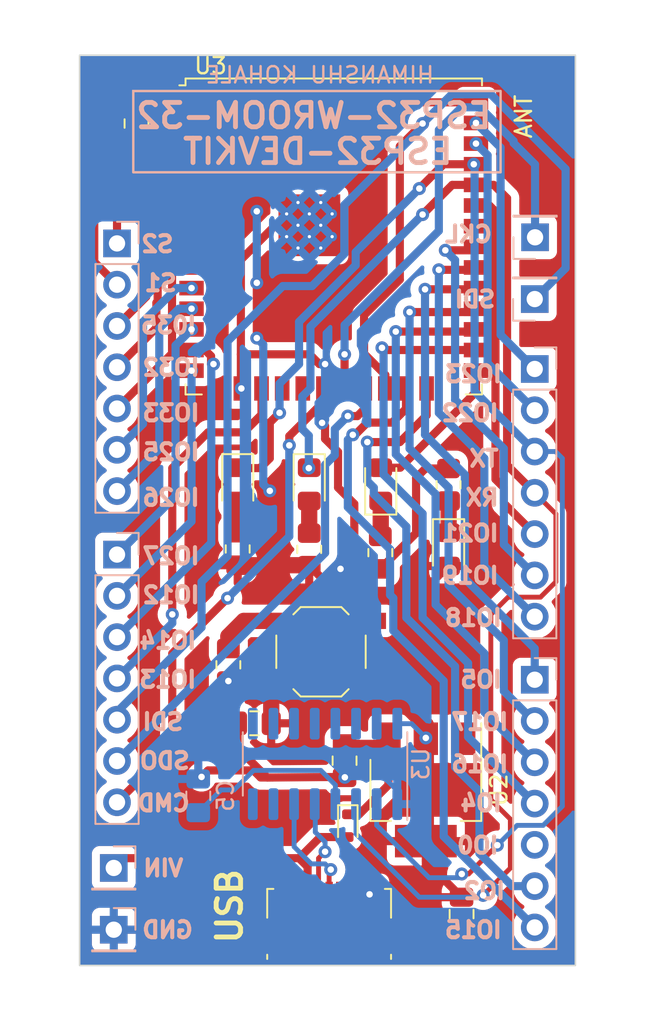
<source format=kicad_pcb>
(kicad_pcb (version 20221018) (generator pcbnew)
  (layers (0 "F.Cu" signal) (31 "B.Cu" signal) (34 "B.Paste" user) (35 "F.Paste" user) (36 "B.SilkS" user "B.Silkscreen") (37 "F.SilkS" user "F.Silkscreen") (38 "B.Mask" user) (39 "F.Mask" user) (44 "Edge.Cuts" user))
  (net 0 "")
  (net 1 "3.3v")
  (net 2 "GND")
  (net 3 "Net-(D4-K)")
  (net 4 "Net-(D1-A)")
  (net 5 "Net-(D2-A)")
  (net 6 "VBUS")
  (net 7 "Net-(D5-K)")
  (net 8 "LED")
  (net 9 "Net-(D6-K)")
  (net 10 "SENSRO2")
  (net 11 "SENSRO1")
  (net 12 "IO35")
  (net 13 "IO32")
  (net 14 "IO33")
  (net 15 "IO25")
  (net 16 "IO26")
  (net 17 "CLK")
  (net 18 "USB_M")
  (net 19 "USB_P")
  (net 21 "IO27")
  (net 22 "IO12")
  (net 23 "IO14")
  (net 24 "IO13")
  (net 25 "SDI")
  (net 26 "SDO")
  (net 27 "CMD")
  (net 28 "IO23")
  (net 29 "IO22")
  (net 30 "TX_MCU")
  (net 31 "RX_MCU")
  (net 32 "IO21")
  (net 33 "IO19")
  (net 34 "IO18")
  (net 35 "IO5")
  (net 36 "IO17")
  (net 37 "IO16")
  (net 38 "IO4")
  (net 39 "IO0")
  (net 40 "IO2")
  (net 41 "IO15")
  (net 42 "IO34")
  (net 43 "SD2")
  (net 44 "SD3")
  (net 46 "Net-(SW1-A)")
  (net 48 "Net-(U3-V3)")
  (footprint "Button_Switch_SMD:SW_SPST_TL3342" (layer "F.Cu") (at 111.35 103.7)
    (fp_text reference "SW1" hide)
    (fp_text value "SW_SPST" hide)
  )
  (footprint "Capacitor_SMD:C_0805_2012Metric_Pad1.18x1.45mm_HandSolder" (layer "F.Cu") (at 120 119.8375 -90)
    (fp_text reference "C4" hide)
    (fp_text value "0.1uf" hide)
  )
  (footprint "Capacitor_SMD:C_0805_2012Metric_Pad1.18x1.45mm_HandSolder" (layer "F.Cu") (at 107.25 108.1 180)
    (fp_text reference "C2" hide)
    (fp_text value "100nf" hide)
  )
  (footprint "Resistor_SMD:R_0805_2012Metric_Pad1.20x1.40mm_HandSolder" (layer "F.Cu") (at 106.225 97.375 -90)
    (fp_text reference "R1" hide)
    (fp_text value "1k" hide)
  )
  (footprint "LED_SMD:LED_0805_2012Metric_Pad1.15x1.40mm_HandSolder" (layer "F.Cu") (at 115.025 93.4 90)
    (fp_text reference "D5" hide)
    (fp_text value "LED" hide)
  )
  (footprint "LED_SMD:LED_0805_2012Metric_Pad1.15x1.40mm_HandSolder" (layer "F.Cu") (at 110.625 93.4 -90)
    (fp_text reference "D2" hide)
    (fp_text value "LED" hide)
  )
  (footprint "LED_SMD:LED_0805_2012Metric_Pad1.15x1.40mm_HandSolder" (layer "F.Cu") (at 106.225 93.4 -90)
    (fp_text reference "D1" hide)
    (fp_text value "LED" hide)
  )
  (footprint "RF_Module:ESP32-WROOM-32U" (layer "F.Cu") (at 112.135 78.15)
    (fp_text reference "U3")
    (fp_text value "ESP32-WROOM-32U")
  )
  (footprint "Diode_SMD:D_SOD-523" (layer "F.Cu") (at 113 114.4 -90)
    (fp_text reference "D4" hide)
    (fp_text value "1N914WT" hide)
  )
  (footprint "Package_TO_SOT_SMD:SOT-223-3_TabPin2" (layer "F.Cu") (at 117.8 112.2 -90)
    (fp_text reference "U2")
    (fp_text value "AMS1117-3.3")
  )
  (footprint "Resistor_SMD:R_0805_2012Metric_Pad1.20x1.40mm_HandSolder" (layer "F.Cu") (at 110.625 97.4 -90)
    (fp_text reference "R3" hide)
    (fp_text value "1k" hide)
  )
  (footprint "Resistor_SMD:R_0805_2012Metric_Pad1.20x1.40mm_HandSolder" (layer "F.Cu") (at 115 97.6 -90)
    (fp_text reference "R4" hide)
    (fp_text value "1k" hide)
  )
  (footprint "Connector_USB:USB_Micro-B_Molex_47346-0001" (layer "F.Cu") (at 111.85 120)
    (fp_text reference "J3" hide)
    (fp_text value "USB_B_Mini" hide)
  )
  (footprint "LED_SMD:LED_0805_2012Metric_Pad1.15x1.40mm_HandSolder" (layer "F.Cu") (at 119.2 97.4 -90)
    (fp_text reference "D6" hide)
    (fp_text value "LED" hide)
  )
  (footprint "Capacitor_SMD:C_0805_2012Metric_Pad1.18x1.45mm_HandSolder" (layer "F.Cu") (at 100 71.2 90)
    (fp_text reference "C1" hide)
    (fp_text value "100nf" hide)
  )
  (footprint "Resistor_SMD:R_0805_2012Metric_Pad1.20x1.40mm_HandSolder" (layer "F.Cu") (at 105.65 104.5 90)
    (fp_text reference "R2" hide)
    (fp_text value "4.7k" hide)
  )
  (footprint "Capacitor_SMD:C_0805_2012Metric_Pad1.18x1.45mm_HandSolder" (layer "F.Cu") (at 112.8 110.4 -90)
    (fp_text reference "C3" hide)
    (fp_text value "10uf" hide)
  )
  (footprint "Resistor_SMD:R_0805_2012Metric_Pad1.20x1.40mm_HandSolder" (layer "F.Cu") (at 119.2 93.425 90)
    (fp_text reference "R5" hide)
    (fp_text value "1k" hide)
  )
  (footprint "Capacitor_SMD:C_0805_2012Metric_Pad1.18x1.45mm_HandSolder" (layer "B.Cu") (at 103.8 112.5625 90)
    (fp_text reference "C5")
    (fp_text value "0.1uf")
  )
  (footprint "Connector_PinHeader_2.54mm:PinHeader_1x07_P2.54mm_Vertical" (layer "B.Cu") (at 98.8 78.575 180)
    (fp_text reference "J1" hide)
    (fp_text value "Conn_01x07_Pin" hide)
  )
  (footprint "Package_SO:SOIC-16_3.9x9.9mm_P1.27mm" (layer "B.Cu") (at 111.6 110.6 90)
    (fp_text reference "U3")
    (fp_text value "CH340C")
  )
  (footprint "Connector_PinHeader_2.54mm:PinHeader_1x01_P2.54mm_Vertical" (layer "B.Cu") (at 98.6 117 180)
    (fp_text reference "J4" hide)
    (fp_text value "Conn_01x01_Pin" hide)
  )
  (footprint "Connector_PinHeader_2.54mm:PinHeader_1x07_P2.54mm_Vertical" (layer "B.Cu") (at 124.5 105.42 180)
    (fp_text reference "J7" hide)
    (fp_text value "Conn_01x07_Pin" hide)
  )
  (footprint "Connector_PinHeader_2.54mm:PinHeader_1x01_P2.54mm_Vertical" (layer "B.Cu") (at 98.6 120.8 180)
    (fp_text reference "J9" hide)
    (fp_text value "Conn_01x01_Pin" hide)
  )
  (footprint "Connector_PinHeader_2.54mm:PinHeader_1x01_P2.54mm_Vertical" (layer "B.Cu") (at 124.5 82)
    (fp_text reference "J8" hide)
    (fp_text value "Conn_01x01_Pin" hide)
  )
  (footprint "Connector_PinHeader_2.54mm:PinHeader_1x01_P2.54mm_Vertical" (layer "B.Cu") (at 124.52 78.2)
    (fp_text reference "J2" hide)
    (fp_text value "Conn_01x01_Pin" hide)
  )
  (footprint "Connector_PinHeader_2.54mm:PinHeader_1x07_P2.54mm_Vertical" (layer "B.Cu") (at 124.5 86.3 180)
    (fp_text reference "J6" hide)
    (fp_text value "Conn_01x07_Pin" hide)
  )
  (footprint "Connector_PinHeader_2.54mm:PinHeader_1x07_P2.54mm_Vertical" (layer "B.Cu") (at 98.8 97.72 180)
    (fp_text reference "J5" hide)
    (fp_text value "Conn_01x07_Pin" hide)
  )
  (gr_rect (start 99.8 69.2) (end 122.4 74.2) (stroke (width 0.15)) (fill none) (layer "B.SilkS"))
  (gr_rect (start 96.5 67) (end 127 123) (stroke (width 0.1)) (fill none) (layer "Edge.Cuts"))
  (gr_text "IO4" (at 122.6 113.6) (layer "B.SilkS") (effects (font (size 1 1) (thickness 0.25) bold) (justify left bottom mirror)))
  (gr_text "IO21" (at 122.4 97) (layer "B.SilkS") (effects (font (size 1 1) (thickness 0.25) bold) (justify left bottom mirror)))
  (gr_text "ESP32-WROOM-32" (at 122 71.6) (layer "B.SilkS") (effects (font (size 1.5 1.5) (thickness 0.3) bold) (justify left bottom mirror)))
  (gr_text "IO14" (at 103.8 103.6) (layer "B.SilkS") (effects (font (size 1 1) (thickness 0.25) bold) (justify left bottom mirror)))
  (gr_text "RX" (at 122.4 94.8) (layer "B.SilkS") (effects (font (size 1 1) (thickness 0.25) bold) (justify left bottom mirror)))
  (gr_text "IO2" (at 122.8 119) (layer "B.SilkS") (effects (font (size 1 1) (thickness 0.25) bold) (justify left bottom mirror)))
  (gr_text "SDO" (at 103.4 111) (layer "B.SilkS") (effects (font (size 1 1) (thickness 0.25) bold) (justify left bottom mirror)))
  (gr_text "I035" (at 103.8 84.2) (layer "B.SilkS") (effects (font (size 1 1) (thickness 0.25) bold) (justify left bottom mirror)))
  (gr_text "SDI" (at 122.2 82.6) (layer "B.SilkS") (effects (font (size 1 1) (thickness 0.25) bold) (justify left bottom mirror)))
  (gr_text "SDI" (at 103 108.6) (layer "B.SilkS") (effects (font (size 1 1) (thickness 0.25) bold) (justify left bottom mirror)))
  (gr_text "CKL" (at 122 78.6) (layer "B.SilkS") (effects (font (size 1 1) (thickness 0.25) bold) (justify left bottom mirror)))
  (gr_text "IO18" (at 122.6 102.2) (layer "B.SilkS") (effects (font (size 1 1) (thickness 0.25) bold) (justify left bottom mirror)))
  (gr_text "IO23" (at 122.6 87.2) (layer "B.SilkS") (effects (font (size 1 1) (thickness 0.25) bold) (justify left bottom mirror)))
  (gr_text "IO25" (at 104 92) (layer "B.SilkS") (effects (font (size 1 1) (thickness 0.25) bold) (justify left bottom mirror)))
  (gr_text "IO17\n" (at 123 108.6) (layer "B.SilkS") (effects (font (size 1 1) (thickness 0.25) bold) (justify left bottom mirror)))
  (gr_text "IO33" (at 104 89.6) (layer "B.SilkS") (effects (font (size 1 1) (thickness 0.25) bold) (justify left bottom mirror)))
  (gr_text "TX" (at 122.4 92.4) (layer "B.SilkS") (effects (font (size 1 1) (thickness 0.25) bold) (justify left bottom mirror)))
  (gr_text "IO15" (at 122.6 121.4) (layer "B.SilkS") (effects (font (size 1 1) (thickness 0.25) bold) (justify left bottom mirror)))
  (gr_text "IO5" (at 122.6 106) (layer "B.SilkS") (effects (font (size 1 1) (thickness 0.25) bold) (justify left bottom mirror)))
  (gr_text "IO19" (at 122.4 99.6) (layer "B.SilkS") (effects (font (size 1 1) (thickness 0.25) bold) (justify left bottom mirror)))
  (gr_text "S2" (at 102.4 79.2) (layer "B.SilkS") (effects (font (size 1 1) (thickness 0.25) bold) (justify left bottom mirror)))
  (gr_text "ESP32-DEVKIT" (at 119.6 73.8) (layer "B.SilkS") (effects (font (size 1.5 1.5) (thickness 0.3) bold) (justify left bottom mirror)))
  (gr_text "HIMANSHU KOHALE" (at 118.4 68.8) (layer "B.SilkS") (effects (font (size 1 1)) (justify left bottom mirror)))
  (gr_text "IO22\n" (at 122.4 89.6) (layer "B.SilkS") (effects (font (size 1 1) (thickness 0.25) bold) (justify left bottom mirror)))
  (gr_text "IO32" (at 104 86.8) (layer "B.SilkS") (effects (font (size 1 1) (thickness 0.25) bold) (justify left bottom mirror)))
  (gr_text "GND" (at 103.6 121.4) (layer "B.SilkS") (effects (font (size 1 1) (thickness 0.25) bold) (justify left bottom mirror)))
  (gr_text "IO26" (at 104 94.8) (layer "B.SilkS") (effects (font (size 1 1) (thickness 0.25) bold) (justify left bottom mirror)))
  (gr_text "IO0" (at 122.4 116.2) (layer "B.SilkS") (effects (font (size 1 1) (thickness 0.25) bold) (justify left bottom mirror)))
  (gr_text "IO16" (at 123 111.2) (layer "B.SilkS") (effects (font (size 1 1) (thickness 0.25) bold) (justify left bottom mirror)))
  (gr_text "IO12" (at 104 100.8) (layer "B.SilkS") (effects (font (size 1 1) (thickness 0.25) bold) (justify left bottom mirror)))
  (gr_text "IO13" (at 103.8 106) (layer "B.SilkS") (effects (font (size 1 1) (thickness 0.25) bold) (justify left bottom mirror)))
  (gr_text "CMD" (at 103.4 113.6) (layer "B.SilkS") (effects (font (size 1 1) (thickness 0.25) bold) (justify left bottom mirror)))
  (gr_text "IO27" (at 104 98.4) (layer "B.SilkS") (effects (font (size 1 1) (thickness 0.25) bold) (justify left bottom mirror)))
  (gr_text "VIN" (at 103 117.6) (layer "B.SilkS") (effects (font (size 1 1) (thickness 0.25) bold) (justify left bottom mirror)))
  (gr_text "S1" (at 102.6 81.6) (layer "B.SilkS") (effects (font (size 1 1) (thickness 0.25) bold) (justify left bottom mirror)))
  (gr_text "ANT" (at 124.4 72.2 90) (layer "F.SilkS") (effects (font (size 1 1)) (justify left bottom)))
  (gr_text "USB" (at 106.6 121.8 90) (layer "F.SilkS") (effects (font (size 1.5 1.5) (thickness 0.3) bold) (justify left bottom)))
  (segment (start 117.8 108.2) (end 115.9 106.3) (width 1) (layer "F.Cu") (net 1))
  (segment (start 117.4 100.2) (end 117 100.2) (width 0.5) (layer "F.Cu") (net 1))
  (segment (start 117.8 109.05) (end 117.8 115.35) (width 1) (layer "F.Cu") (net 1))
  (segment (start 117.8 116.6) (end 117.8 115.35) (width 0.5) (layer "F.Cu") (net 1))
  (segment (start 115.2 105.6) (end 114.5 105.6) (width 1) (layer "F.Cu") (net 1))
  (segment (start 107.4 81) (end 107.4 84.4) (width 0.5) (layer "F.Cu") (net 1))
  (segment (start 108.2 93.8) (end 108.6 94.2) (width 0.5) (layer "F.Cu") (net 1))
  (segment (start 120 118.8) (end 117.8 116.6) (width 0.5) (layer "F.Cu") (net 1))
  (segment (start 115.9 106.3) (end 115.2 105.6) (width 1) (layer "F.Cu") (net 1))
  (segment (start 108.2875 108.1) (end 108.2875 105.6875) (width 1) (layer "F.Cu") (net 1))
  (segment (start 117 100.2) (end 117 105.2) (width 0.5) (layer "F.Cu") (net 1))
  (segment (start 119.2 98.425) (end 119.175 98.425) (width 0.5) (layer "F.Cu") (net 1))
  (segment (start 103.385 72.435) (end 104.635 72.435) (width 0.5) (layer "F.Cu") (net 1))
  (segment (start 108.6 94.2) (end 108.6 98.375) (width 0.5) (layer "F.Cu") (net 1))
  (segment (start 100.1975 72.435) (end 100 72.2375) (width 0.5) (layer "F.Cu") (net 1))
  (segment (start 117.8 109) (end 117.8 108.2) (width 1) (layer "F.Cu") (net 1))
  (segment (start 110.6 98.375) (end 110.625 98.4) (width 1) (layer "F.Cu") (net 1))
  (segment (start 107.4 75.2) (end 107.4 76.6) (width 0.5) (layer "F.Cu") (net 1))
  (segment (start 117 105.2) (end 115.9 106.3) (width 0.5) (layer "F.Cu") (net 1))
  (segment (start 104.635 72.435) (end 107.4 75.2) (width 0.5) (layer "F.Cu") (net 1))
  (segment (start 103.385 71.165) (end 103.385 72.435) (width 0.5) (layer "F.Cu") (net 1))
  (segment (start 112.425 100.2) (end 110.625 98.4) (width 0.5) (layer "F.Cu") (net 1))
  (segment (start 117 100.2) (end 112.425 100.2) (width 0.5) (layer "F.Cu") (net 1))
  (segment (start 108.2 105.6) (end 114.5 105.6) (width 1) (layer "F.Cu") (net 1))
  (segment (start 108.2875 105.6875) (end 108.2 105.6) (width 1) (layer "F.Cu") (net 1))
  (segment (start 103.385 72.435) (end 100.1975 72.435) (width 0.5) (layer "F.Cu") (net 1))
  (segment (start 117.8 109.05) (end 117.8 109) (width 1) (layer "F.Cu") (net 1))
  (segment (start 119.175 98.425) (end 117.4 100.2) (width 0.5) (layer "F.Cu") (net 1))
  (segment (start 106.225 98.375) (end 108.6 98.375) (width 1) (layer "F.Cu") (net 1))
  (segment (start 108.6 98.375) (end 110.6 98.375) (width 1) (layer "F.Cu") (net 1))
  (via (at 117.8 109) (size 0.8) (drill 0.4) (layers "F.Cu" "B.Cu") (net 1))
  (via (at 107.4 81) (size 0.8) (drill 0.4) (layers "F.Cu" "B.Cu") (net 1))
  (via (at 107.4 84.4) (size 0.8) (drill 0.4) (layers "F.Cu" "B.Cu") (net 1))
  (via (at 108.2 93.8) (size 0.8) (drill 0.4) (layers "F.Cu" "B.Cu") (net 1))
  (via (at 107.4 76.6) (size 0.8) (drill 0.4) (layers "F.Cu" "B.Cu") (net 1))
  (segment (start 116.925 108.125) (end 117.8 109) (width 0.3) (layer "B.Cu") (net 1))
  (segment (start 107.8 93.4) (end 108.2 93.8) (width 0.5) (layer "B.Cu") (net 1))
  (segment (start 107.4 76.6) (end 107.4 79) (width 0.5) (layer "B.Cu") (net 1))
  (segment (start 107.8 84.8) (end 107.8 93.4) (width 0.5) (layer "B.Cu") (net 1))
  (segment (start 107.4 84.4) (end 107.8 84.8) (width 0.5) (layer "B.Cu") (net 1))
  (segment (start 116.045 108.125) (end 116.925 108.125) (width 0.3) (layer "B.Cu") (net 1))
  (segment (start 107.4 79) (end 107.4 81) (width 0.5) (layer "B.Cu") (net 1))
  (segment (start 119.675 121.2) (end 120 120.875) (width 1) (layer "F.Cu") (net 2))
  (segment (start 112.55 98.6) (end 113.4 98.6) (width 0.5) (layer "F.Cu") (net 2))
  (segment (start 108.475 121.2) (end 109.4 121.2) (width 1) (layer "F.Cu") (net 2))
  (segment (start 107.6 111) (end 108.0375 111.4375) (width 0.5) (layer "F.Cu") (net 2))
  (segment (start 113.4 98.6) (end 113.4 94.6) (width 0.5) (layer "F.Cu") (net 2))
  (segment (start 115 98.6) (end 117.2 96.4) (width 0.5) (layer "F.Cu") (net 2))
  (segment (start 114.4 121.2) (end 115.225 121.2) (width 1) (layer "F.Cu") (net 2))
  (segment (start 112.8 111.4) (end 112.8 111.4375) (width 0.5) (layer "F.Cu") (net 2))
  (segment (start 110.8 72.2) (end 113.105 69.895) (width 0.5) (layer "F.Cu") (net 2))
  (segment (start 110.635 77.46) (end 110.635 72.365) (width 0.5) (layer "F.Cu") (net 2))
  (segment (start 106.42 85.4) (end 106.42 79.58) (width 0.5) (layer "F.Cu") (net 2))
  (segment (start 113.105 69.895) (end 120.885 69.895) (width 0.5) (layer "F.Cu") (net 2))
  (segment (start 117.775 92.425) (end 119.2 92.425) (width 0.5) (layer "F.Cu") (net 2))
  (segment (start 100.2675 69.895) (end 100 70.1625) (width 0.5) (layer "F.Cu") (net 2))
  (segment (start 107.634646 111.434646) (end 107.2 111) (width 0.5) (layer "F.Cu") (net 2))
  (segment (start 109.3625 118.625) (end 109.3625 121.1625) (width 1) (layer "F.Cu") (net 2))
  (segment (start 110.635 72.365) (end 110.8 72.2) (width 0.5) (layer "F.Cu") (net 2))
  (segment (start 108.4 111.434646) (end 112.8 111.4) (width 0.5) (layer "F.Cu") (net 2))
  (segment (start 114.3375 118.625) (end 114.3375 121.1375) (width 1) (layer "F.Cu") (net 2))
  (segment (start 103.385 69.895) (end 108.495 69.895) (width 0.5) (layer "F.Cu") (net 2))
  (segment (start 106.42 87.5) (end 106.42 85.4) (width 0.5) (layer "F.Cu") (net 2))
  (segment (start 106.2125 108.1) (end 106.2125 109.6125) (width 0.5) (layer "F.Cu") (net 2))
  (segment (start 98.6 120.8) (end 108.075 120.8) (width 0.5) (layer "F.Cu") (net 2))
  (segment (start 108.0375 111.4375) (end 108.4 111.434646) (width 0.5) (layer "F.Cu") (net 2))
  (segment (start 117.2 93) (end 117.775 92.425) (width 0.5) (layer "F.Cu") (net 2))
  (segment (start 106.2125 109.6125) (end 107.6 111) (width 0.5) (layer "F.Cu") (net 2))
  (segment (start 112.4 91.4) (end 111.6 90.6) (width 0.5) (layer "F.Cu") (net 2))
  (segment (start 108.4 111.434646) (end 107.634646 111.434646) (width 0.5) (layer "F.Cu") (net 2))
  (segment (start 109.3625 121.1625) (end 109.4 121.2) (width 1) (layer "F.Cu") (net 2))
  (segment (start 110.8495 85.6) (end 111.2495 86) (width 0.5) (layer "F.Cu") (net 2))
  (segment (start 109.4 121.2) (end 114.4 121.2) (width 1) (layer "F.Cu") (net 2))
  (segment (start 113.15 118.54) (end 114.2525 118.54) (width 0.2) (layer "F.Cu") (net 2))
  (segment (start 111.2495 86) (end 111.6 86) (width 0.5) (layer "F.Cu") (net 2))
  (segment (start 106.42 79.58) (end 108.54 77.46) (width 0.5) (layer "F.Cu") (net 2))
  (segment (start 106.42 87.5) (end 106.4495 87.5) (width 0.5) (layer "F.Cu") (net 2))
  (segment (start 108.54 77.46) (end 110.635 77.46) (width 0.5) (layer "F.Cu") (net 2))
  (segment (start 108.075 120.8) (end 108.475 121.2) (width 0.5) (layer "F.Cu") (net 2))
  (segment (start 106.42 85.4) (end 110.6495 85.4) (width 0.5) (layer "F.Cu") (net 2))
  (segment (start 114.2525 118.54) (end 114.3375 118.625) (width 0.2) (layer "F.Cu") (net 2))
  (segment (start 105.65 105.5) (end 105.65 107.5375) (width 1) (layer "F.Cu") (net 2))
  (segment (start 108.495 69.895) (end 110.8 72.2) (width 0.5) (layer "F.Cu") (net 2))
  (segment (start 115.225 121.2) (end 119.675 121.2) (width 1) (layer "F.Cu") (net 2))
  (segment (start 111.6 90.6) (end 111.6 89.8) (width 0.5) (layer "F.Cu") (net 2))
  (segment (start 113.4 98.6) (end 115 98.6) (width 0.5) (layer "F.Cu") (net 2))
  (segment (start 114.3375 121.1375) (end 114.4 121.2) (width 1) (layer "F.Cu") (net 2))
  (segment (start 110.6495 85.4) (end 110.8495 85.6) (width 0.5) (layer "F.Cu") (net 2))
  (segment (start 103.385 69.895) (end 100.2675 69.895) (width 0.5) (layer "F.Cu") (net 2))
  (segment (start 104.4 111) (end 104 111.4) (width 0.5) (layer "F.Cu") (net 2))
  (segment (start 112.4 93.6) (end 112.4 91.4) (width 0.5) (layer "F.Cu") (net 2))
  (segment (start 105.65 107.5375) (end 106.2125 108.1) (width 1) (layer "F.Cu") (net 2))
  (segment (start 113.4 94.6) (end 112.4 93.6) (width 0.5) (layer "F.Cu") (net 2))
  (segment (start 117.2 96.4) (end 117.2 93) (width 0.5) (layer "F.Cu") (net 2))
  (segment (start 111.6 89.8) (end 111.415688 89.615688) (width 0.5) (layer "F.Cu") (net 2))
  (segment (start 107.6 111) (end 104.4 111) (width 0.5) (layer "F.Cu") (net 2))
  (via (at 104 111.4) (size 0.8) (drill 0.4) (layers "F.Cu" "B.Cu") (net 2))
  (via (at 105.65 105.5) (size 0.8) (drill 0.4) (layers "F.Cu" "B.Cu") (net 2))
  (via (at 112.817152 111.423591) (size 0.8) (drill 0.4) (layers "F.Cu" "B.Cu") (net 2))
  (via (at 111.6 86) (size 0.8) (drill 0.4) (layers "F.Cu" "B.Cu") (net 2))
  (via (at 106.4495 87.5) (size 0.8) (drill 0.4) (layers "F.Cu" "B.Cu") (net 2))
  (via (at 114.3375 118.625) (size 0.8) (drill 0.4) (layers "F.Cu" "B.Cu") (net 2))
  (via (at 111.415688 89.615688) (size 0.8) (drill 0.4) (layers "F.Cu" "B.Cu") (net 2))
  (via (at 112.55 98.6) (size 0.8) (drill 0.4) (layers "F.Cu" "B.Cu") (net 2))
  (segment (start 115.223591 111.423591) (end 112.817152 111.423591) (width 0.3) (layer "B.Cu") (net 2))
  (segment (start 111.6 86) (end 111.6 89.431376) (width 0.5) (layer "B.Cu") (net 2))
  (segment (start 116.045 112.245) (end 115.223591 111.423591) (width 0.3) (layer "B.Cu") (net 2))
  (segment (start 112.55 98.6) (end 105.65 105.5) (width 0.5) (layer "B.Cu") (net 2))
  (segment (start 116.045 113.075) (end 116.045 112.245) (width 0.3) (layer "B.Cu") (net 2))
  (segment (start 111.6 89.431376) (end 111.415688 89.615688) (width 0.5) (layer "B.Cu") (net 2))
  (segment (start 115.1875 109.3625) (end 115.5 109.05) (width 0.5) (layer "F.Cu") (net 3))
  (segment (start 115.5 111.9) (end 113.7 113.7) (width 0.5) (layer "F.Cu") (net 3))
  (segment (start 115.5 109.05) (end 115.5 111.9) (width 0.5) (layer "F.Cu") (net 3))
  (segment (start 112.8 109.3625) (end 115.1875 109.3625) (width 0.5) (layer "F.Cu") (net 3))
  (segment (start 113.7 113.7) (end 113 113.7) (width 0.5) (layer "F.Cu") (net 3))
  (segment (start 106.225 94.425) (end 106.225 96.375) (width 1) (layer "F.Cu") (net 4))
  (segment (start 110.625 94.425) (end 110.625 96.4) (width 1) (layer "F.Cu") (net 5))
  (segment (start 98.6 117) (end 99.2 116.4) (width 0.5) (layer "F.Cu") (net 6))
  (segment (start 110.525 116.925) (end 110.525 118.54) (width 0.5) (layer "F.Cu") (net 6))
  (segment (start 113 115.1) (end 111.3 115.1) (width 0.5) (layer "F.Cu") (net 6))
  (segment (start 111.3 115.1) (end 110 116.4) (width 0.5) (layer "F.Cu") (net 6))
  (segment (start 110 116.4) (end 110.525 116.925) (width 0.5) (layer "F.Cu") (net 6))
  (segment (start 99.2 116.4) (end 110 116.4) (width 0.5) (layer "F.Cu") (net 6))
  (segment (start 115.025 96.575) (end 115 96.6) (width 1) (layer "F.Cu") (net 7))
  (segment (start 115.025 94.425) (end 115.025 96.575) (width 1) (layer "F.Cu") (net 7))
  (segment (start 115.025 92.375) (end 116.225 92.375) (width 0.5) (layer "F.Cu") (net 8))
  (segment (start 116.225 92.375) (end 120.885 87.715) (width 0.5) (layer "F.Cu") (net 8))
  (segment (start 120.885 87.715) (end 120.885 86.405) (width 0.5) (layer "F.Cu") (net 8))
  (segment (start 119.2 96.375) (end 119.2 94.425) (width 1) (layer "F.Cu") (net 9))
  (segment (start 98.8 78.575) (end 98.8 77) (width 0.5) (layer "F.Cu") (net 10))
  (segment (start 100.825 74.975) (end 103.385 74.975) (width 0.5) (layer "F.Cu") (net 10))
  (segment (start 98.8 77) (end 100.825 74.975) (width 0.5) (layer "F.Cu") (net 10))
  (segment (start 97.4 76.2) (end 99.895 73.705) (width 0.5) (layer "F.Cu") (net 11))
  (segment (start 99.895 73.705) (end 103.385 73.705) (width 0.5) (layer "F.Cu") (net 11))
  (segment (start 97.4 79.715) (end 97.4 76.2) (width 0.5) (layer "F.Cu") (net 11))
  (segment (start 98.8 81.115) (end 97.4 79.715) (width 0.5) (layer "F.Cu") (net 11))
  (segment (start 102.135 77.515) (end 103.385 77.515) (width 0.5) (layer "F.Cu") (net 12))
  (segment (start 100.6 79.05) (end 102.135 77.515) (width 0.5) (layer "F.Cu") (net 12))
  (segment (start 98.8 83.655) (end 100.6 81.855) (width 0.5) (layer "F.Cu") (net 12))
  (segment (start 100.6 81.855) (end 100.6 79.05) (width 0.5) (layer "F.Cu") (net 12))
  (segment (start 101.222475 82.222475) (end 101.3 82.14495) (width 0.5) (layer "F.Cu") (net 13))
  (segment (start 98.8 86.195) (end 101.222475 83.772525) (width 0.5) (layer "F.Cu") (net 13))
  (segment (start 101.3 82.14495) (end 101.3 79.7) (width 0.5) (layer "F.Cu") (net 13))
  (segment (start 101.3 79.7) (end 102.215 78.785) (width 0.5) (layer "F.Cu") (net 13))
  (segment (start 102.215 78.785) (end 103.385 78.785) (width 0.5) (layer "F.Cu") (net 13))
  (segment (start 101.222475 83.772525) (end 101.222475 82.222475) (width 0.5) (layer "F.Cu") (net 13))
  (segment (start 98.8 88.735) (end 102.185 85.35) (width 0.5) (layer "F.Cu") (net 14))
  (segment (start 102.555 80.055) (end 103.385 80.055) (width 0.5) (layer "F.Cu") (net 14))
  (segment (start 102.185 80.425) (end 102.555 80.055) (width 0.5) (layer "F.Cu") (net 14))
  (segment (start 102.185 85.35) (end 102.185 80.425) (width 0.5) (layer "F.Cu") (net 14))
  (via (at 103.385 81.325) (size 0.8) (drill 0.4) (layers "F.Cu" "B.Cu") (net 15))
  (segment (start 98.8 91.275) (end 100.4 89.675) (width 0.5) (layer "B.Cu") (net 15))
  (segment (start 102.475 81.325) (end 103.385 81.325) (width 0.5) (layer "B.Cu") (net 15))
  (segment (start 100.4 83.4) (end 102.475 81.325) (width 0.5) (layer "B.Cu") (net 15))
  (segment (start 100.4 89.675) (end 100.4 83.4) (width 0.5) (layer "B.Cu") (net 15))
  (via (at 103.385 82.595) (size 0.8) (drill 0.4) (layers "F.Cu" "B.Cu") (net 16))
  (segment (start 101.4 83.8) (end 102.605 82.595) (width 0.5) (layer "B.Cu") (net 16))
  (segment (start 101.4 91.215) (end 101.4 83.8) (width 0.5) (layer "B.Cu") (net 16))
  (segment (start 102.605 82.595) (end 103.385 82.595) (width 0.5) (layer "B.Cu") (net 16))
  (segment (start 98.8 93.815) (end 101.4 91.215) (width 0.5) (layer "B.Cu") (net 16))
  (segment (start 112.8 85.4) (end 112.8 87.47) (width 0.5) (layer "F.Cu") (net 17))
  (segment (start 112.8 87.47) (end 112.77 87.5) (width 0.5) (layer "F.Cu") (net 17))
  (via (at 112.8 85.4) (size 0.8) (drill 0.4) (layers "F.Cu" "B.Cu") (net 17))
  (segment (start 121.122082 70.2) (end 120 70.2) (width 0.5) (layer "B.Cu") (net 17))
  (segment (start 123.2 72.277918) (end 121.361041 70.438959) (width 0.5) (layer "B.Cu") (net 17))
  (segment (start 121.361041 70.438959) (end 121.122082 70.2) (width 0.5) (layer "B.Cu") (net 17))
  (segment (start 123.2 72.4) (end 123.2 72.277918) (width 0.5) (layer "B.Cu") (net 17))
  (segment (start 118.6 77.8) (end 116 80.4) (width 0.5) (layer "B.Cu") (net 17))
  (segment (start 124.52 78.2) (end 124.52 73.72) (width 0.5) (layer "B.Cu") (net 17))
  (segment (start 112.8 83.6) (end 112.8 85.4) (width 0.5) (layer "B.Cu") (net 17))
  (segment (start 116 80.4) (end 112.8 83.6) (width 0.5) (layer "B.Cu") (net 17))
  (segment (start 120 70.2) (end 118.6 71.6) (width 0.5) (layer "B.Cu") (net 17))
  (segment (start 118.6 73.2) (end 118.6 77.8) (width 0.5) (layer "B.Cu") (net 17))
  (segment (start 124.52 73.72) (end 123.2 72.4) (width 0.5) (layer "B.Cu") (net 17))
  (segment (start 118.6 71.6) (end 118.6 73.2) (width 0.5) (layer "B.Cu") (net 17))
  (segment (start 111.2 116.401376) (end 111.2 118.54) (width 0.3) (layer "F.Cu") (net 18))
  (segment (start 111.600688 116.000688) (end 111.2 116.401376) (width 0.3) (layer "F.Cu") (net 18))
  (via (at 111.600688 116.000688) (size 0.8) (drill 0.4) (layers "F.Cu" "B.Cu") (net 18))
  (segment (start 111 114.8) (end 111 113.11) (width 0.3) (layer "B.Cu") (net 18))
  (segment (start 111.600688 116.000688) (end 111.600688 115.400688) (width 0.3) (layer "B.Cu") (net 18))
  (segment (start 111.600688 115.400688) (end 111 114.8) (width 0.3) (layer "B.Cu") (net 18))
  (segment (start 111 113.11) (end 110.965 113.075) (width 0.3) (layer "B.Cu") (net 18))
  (segment (start 111.85 117.1995) (end 111.85 118.54) (width 0.3) (layer "F.Cu") (net 19))
  (segment (start 111.9495 117.1) (end 111.85 117.1995) (width 0.3) (layer "F.Cu") (net 19))
  (via (at 111.9495 117.1) (size 0.8) (drill 0.4) (layers "F.Cu" "B.Cu") (net 19))
  (segment (start 110.750688 116.750688) (end 109.695 115.695) (width 0.3) (layer "B.Cu") (net 19))
  (segment (start 109.695 115.695) (end 109.695 113.075) (width 0.3) (layer "B.Cu") (net 19))
  (segment (start 111.9495 117.1) (end 111.600188 116.750688) (width 0.3) (layer "B.Cu") (net 19))
  (segment (start 111.600188 116.750688) (end 110.750688 116.750688) (width 0.3) (layer "B.Cu") (net 19))
  (via (at 103.385 83.865) (size 0.8) (drill 0.4) (layers "F.Cu" "B.Cu") (net 21))
  (segment (start 98.8 97.72) (end 102.4 94.12) (width 0.5) (layer "B.Cu") (net 21))
  (segment (start 102.4 84.85) (end 103.385 83.865) (width 0.5) (layer "B.Cu") (net 21))
  (segment (start 102.4 94.12) (end 102.4 84.85) (width 0.5) (layer "B.Cu") (net 21))
  (via (at 103.385 86.405) (size 0.8) (drill 0.4) (layers "F.Cu" "B.Cu") (net 22))
  (segment (start 98.8 100.26) (end 103.385 95.675) (width 0.5) (layer "B.Cu") (net 22))
  (segment (start 103.385 95.675) (end 103.385 86.405) (width 0.5) (layer "B.Cu") (net 22))
  (segment (start 104.734502 86) (end 104.585 86) (width 0.5) (layer "F.Cu") (net 23))
  (segment (start 104.215 85.135) (end 103.385 85.135) (width 0.5) (layer "F.Cu") (net 23))
  (segment (start 104.585 86) (end 104.585 85.505) (width 0.5) (layer "F.Cu") (net 23))
  (segment (start 104.585 85.505) (end 104.215 85.135) (width 0.5) (layer "F.Cu") (net 23))
  (via (at 104.734502 86) (size 0.8) (drill 0.4) (layers "F.Cu" "B.Cu") (net 23))
  (segment (start 104.734502 86) (end 104.6 86.134502) (width 0.5) (layer "B.Cu") (net 23))
  (segment (start 104.6 97) (end 98.8 102.8) (width 0.5) (layer "B.Cu") (net 23))
  (segment (start 104.6 86.134502) (end 104.6 97) (width 0.5) (layer "B.Cu") (net 23))
  (segment (start 107.69 89.11) (end 107.69 87.5) (width 0.5) (layer "F.Cu") (net 24))
  (segment (start 104.4 90.2) (end 106.6 90.2) (width 0.5) (layer "F.Cu") (net 24))
  (segment (start 102.2 101.4) (end 102.2 92.4) (width 0.5) (layer "F.Cu") (net 24))
  (segment (start 106.6 90.2) (end 107.69 89.11) (width 0.5) (layer "F.Cu") (net 24))
  (segment (start 102.2 92.4) (end 104.4 90.2) (width 0.5) (layer "F.Cu") (net 24))
  (via (at 102.2 101.4) (size 0.8) (drill 0.4) (layers "F.Cu" "B.Cu") (net 24))
  (segment (start 102.2 101.94) (end 102.2 101.4) (width 0.5) (layer "B.Cu") (net 24))
  (segment (start 98.8 105.34) (end 102.2 101.94) (width 0.5) (layer "B.Cu") (net 24))
  (segment (start 114 83) (end 114 85.36) (width 0.5) (layer "F.Cu") (net 25))
  (segment (start 116.2 80.8) (end 114 83) (width 0.5) (layer "F.Cu") (net 25))
  (segment (start 116.2 72.6) (end 116.2 80.8) (width 0.5) (layer "F.Cu") (net 25))
  (segment (start 114 85.36) (end 115.31 86.67) (width 0.5) (layer "F.Cu") (net 25))
  (segment (start 115.31 86.67) (end 115.31 87.5) (width 0.5) (layer "F.Cu") (net 25))
  (segment (start 117.6 71.2) (end 116.2 72.6) (width 0.5) (layer "F.Cu") (net 25))
  (via (at 117.6 71.2) (size 0.8) (drill 0.4) (layers "F.Cu" "B.Cu") (net 25))
  (segment (start 121.8 69.4) (end 126.4 74) (width 0.5) (layer "B.Cu") (net 25))
  (segment (start 112.785 76.215) (end 117.6 71.4) (width 0.5) (layer "B.Cu") (net 25))
  (segment (start 126.4 80.1) (end 124.5 82) (width 0.5) (layer "B.Cu") (net 25))
  (segment (start 105.6 97.8) (end 105.6 84.6) (width 0.5) (layer "B.Cu") (net 25))
  (segment (start 104 102.2) (end 104 99.4) (width 0.5) (layer "B.Cu") (net 25))
  (segment (start 98.8 107.4) (end 104 102.2) (width 0.5) (layer "B.Cu") (net 25))
  (segment (start 117.6 71.4) (end 117.6 71.2) (width 0.5) (layer "B.Cu") (net 25))
  (segment (start 104 99.4) (end 105.6 97.8) (width 0.5) (layer "B.Cu") (net 25))
  (segment (start 110.8 81.2) (end 112.785 79.215) (width 0.5) (layer "B.Cu") (net 25))
  (segment (start 109 81.2) (end 110.8 81.2) (width 0.5) (layer "B.Cu") (net 25))
  (segment (start 112.785 79.215) (end 112.785 76.215) (width 0.5) (layer "B.Cu") (net 25))
  (segment (start 98.8 107.88) (end 98.8 107.4) (width 0.5) (layer "B.Cu") (net 25))
  (segment (start 117.6 71.2) (end 119.4 69.4) (width 0.5) (layer "B.Cu") (net 25))
  (segment (start 119.4 69.4) (end 121.8 69.4) (width 0.5) (layer "B.Cu") (net 25))
  (segment (start 105.6 84.6) (end 109 81.2) (width 0.5) (layer "B.Cu") (net 25))
  (segment (start 126.4 74) (end 126.4 80.1) (width 0.5) (layer "B.Cu") (net 25))
  (segment (start 114.04 88.75) (end 114.04 87.5) (width 0.5) (layer "F.Cu") (net 26))
  (segment (start 113.59 89.2) (end 114.04 88.75) (width 0.5) (layer "F.Cu") (net 26))
  (segment (start 113 89.2) (end 113.59 89.2) (width 0.5) (layer "F.Cu") (net 26))
  (via (at 113 89.2) (size 0.8) (drill 0.4) (layers "F.Cu" "B.Cu") (net 26))
  (segment (start 112.2 90) (end 112.2 91.6) (width 0.5) (layer "B.Cu") (net 26))
  (segment (start 111.6 92.2) (end 111.6 97.62) (width 0.5) (layer "B.Cu") (net 26))
  (segment (start 113 89.2) (end 112.2 90) (width 0.5) (layer "B.Cu") (net 26))
  (segment (start 112.2 91.6) (end 111.6 92.2) (width 0.5) (layer "B.Cu") (net 26))
  (segment (start 111.6 97.62) (end 98.8 110.42) (width 0.5) (layer "B.Cu") (net 26))
  (segment (start 102.2 109.56) (end 102.2 107.2) (width 0.5) (layer "F.Cu") (net 27))
  (segment (start 109.4 91) (end 109.4 90.43) (width 0.5) (layer "F.Cu") (net 27))
  (segment (start 98.8 112.96) (end 102.2 109.56) (width 0.5) (layer "F.Cu") (net 27))
  (segment (start 102.2 103.8) (end 105.6 100.4) (width 0.5) (layer "F.Cu") (net 27))
  (segment (start 111.5 88.33) (end 111.5 87.5) (width 0.5) (layer "F.Cu") (net 27))
  (segment (start 102.2 107.2) (end 102.2 103.8) (width 0.5) (layer "F.Cu") (net 27))
  (segment (start 109.4 90.43) (end 111.5 88.33) (width 0.5) (layer "F.Cu") (net 27))
  (via (at 105.6 100.4) (size 0.8) (drill 0.4) (layers "F.Cu" "B.Cu") (net 27))
  (via (at 109.4 91) (size 0.8) (drill 0.4) (layers "F.Cu" "B.Cu") (net 27))
  (segment (start 109.4 96.6) (end 105.6 100.4) (width 0.5) (layer "B.Cu") (net 27))
  (segment (start 109.4 91) (end 109.4 96.6) (width 0.5) (layer "B.Cu") (net 27))
  (via (at 120.885 71.165) (size 0.8) (drill 0.4) (layers "F.Cu" "B.Cu") (net 28))
  (segment (start 122.4 72.68) (end 120.885 71.165) (width 0.5) (layer "B.Cu") (net 28))
  (segment (start 122.4 84.2) (end 122.4 72.68) (width 0.5) (layer "B.Cu") (net 28))
  (segment (start 124.5 86.3) (end 122.4 84.2) (width 0.5) (layer "B.Cu") (net 28))
  (via (at 120.885 72.435) (size 0.8) (drill 0.4) (layers "F.Cu" "B.Cu") (net 29))
  (segment (start 124.5 88.84) (end 121.6 85.94) (width 0.5) (layer "B.Cu") (net 29))
  (segment (start 121.6 85.94) (end 121.6 73.15) (width 0.5) (layer "B.Cu") (net 29))
  (segment (start 121.6 73.15) (end 120.885 72.435) (width 0.5) (layer "B.Cu") (net 29))
  (segment (start 120.010228 117.371603) (end 120.428397 117.371603) (width 0.3) (layer "F.Cu") (net 30))
  (segment (start 106.25 92.4) (end 106.225 92.375) (width 0.5) (layer "F.Cu") (net 30))
  (segment (start 108.2 89.6) (end 108.2 91.8) (width 0.5) (layer "F.Cu") (net 30))
  (segment (start 120.428397 117.371603) (end 121.4 116.4) (width 0.3) (layer "F.Cu") (net 30))
  (segment (start 121.4 116.4) (end 122.2 115.6) (width 0.3) (layer "F.Cu") (net 30))
  (segment (start 108.2 91.8) (end 107.6 92.4) (width 0.5) (layer "F.Cu") (net 30))
  (segment (start 120.7505 73.705) (end 118.895 73.705) (width 0.5) (layer "F.Cu") (net 30))
  (segment (start 107.6 92.4) (end 106.25 92.4) (width 0.5) (layer "F.Cu") (net 30))
  (segment (start 108.8 89) (end 108.2 89.6) (width 0.5) (layer "F.Cu") (net 30))
  (segment (start 118.895 73.705) (end 117.4 75.2) (width 0.5) (layer "F.Cu") (net 30))
  (via (at 120.010228 117.371603) (size 0.8) (drill 0.4) (layers "F.Cu" "B.Cu") (net 30))
  (via (at 108.8 89) (size 0.8) (drill 0.4) (layers "F.Cu" "B.Cu") (net 30))
  (via (at 120.7505 73.705) (size 0.8) (drill 0.4) (layers "F.Cu" "B.Cu") (net 30))
  (via (at 122.2 115.6) (size 0.8) (drill 0.4) (layers "F.Cu" "B.Cu") (net 30))
  (via (at 117.4 75.2) (size 0.8) (drill 0.4) (layers "F.Cu" "B.Cu") (net 30))
  (segment (start 113.485 79.115) (end 117.4 75.2) (width 0.5) (layer "B.Cu") (net 30))
  (segment (start 110 86) (end 110 83.4) (width 0.5) (layer "B.Cu") (net 30))
  (segment (start 124.5 91.38) (end 120.8 87.68) (width 0.5) (layer "B.Cu") (net 30))
  (segment (start 125.78 91.38) (end 124.5 91.38) (width 0.3) (layer "B.Cu") (net 30))
  (segment (start 118 117.6) (end 114.775 114.375) (width 0.3) (layer "B.Cu") (net 30))
  (segment (start 126.2 113.2) (end 126.2 91.8) (width 0.3) (layer "B.Cu") (net 30))
  (segment (start 120.010228 117.371603) (end 119.781831 117.6) (width 0.3) (layer "B.Cu") (net 30))
  (segment (start 125.02 114.38) (end 126.2 113.2) (width 0.3) (layer "B.Cu") (net 30))
  (segment (start 122.2 115.6) (end 123.42 114.38) (width 0.3) (layer "B.Cu") (net 30))
  (segment (start 123.42 114.38) (end 125.02 114.38) (width 0.3) (layer "B.Cu") (net 30))
  (segment (start 120.8 87.68) (end 120.8 73.7545) (width 0.5) (layer "B.Cu") (net 30))
  (segment (start 120.8 73.7545) (end 120.7505 73.705) (width 0.5) (layer "B.Cu") (net 30))
  (segment (start 108.8 87.2) (end 110 86) (width 0.5) (layer "B.Cu") (net 30))
  (segment (start 108.8 89) (end 108.8 87.2) (width 0.5) (layer "B.Cu") (net 30))
  (segment (start 126.2 91.8) (end 125.78 91.38) (width 0.3) (layer "B.Cu") (net 30))
  (segment (start 119.781831 117.6) (end 118 117.6) (width 0.3) (layer "B.Cu") (net 30))
  (segment (start 113.485 79.915) (end 113.485 79.115) (width 0.5) (layer "B.Cu") (net 30))
  (segment (start 110 83.4) (end 113.485 79.915) (width 0.5) (layer "B.Cu") (net 30))
  (segment (start 114.775 114.375) (end 114.775 113.075) (width 0.3) (layer "B.Cu") (net 30))
  (segment (start 121.975 74.975) (end 120.885 74.975) (width 0.5) (layer "F.Cu") (net 31))
  (segment (start 123 114) (end 121.8 112.8) (width 0.3) (layer "F.Cu") (net 31))
  (segment (start 125.8 99.397057) (end 125.8 95.22) (width 0.3) (layer "F.Cu") (net 31))
  (segment (start 124.5 93.92) (end 122.8 92.22) (width 0.5) (layer "F.Cu") (net 31))
  (segment (start 117.6 76.8) (end 119.425 74.975) (width 0.5) (layer "F.Cu") (net 31))
  (segment (start 122.8 92.22) (end 122.8 75.8) (width 0.5) (layer "F.Cu") (net 31))
  (segment (start 121.8 112.8) (end 121.8 101.4) (width 0.3) (layer "F.Cu") (net 31))
  (segment (start 124.857057 100.34) (end 125.8 99.397057) (width 0.3) (layer "F.Cu") (net 31))
  (segment (start 123 117.010375) (end 123 114) (width 0.3) (layer "F.Cu") (net 31))
  (segment (start 122.86 100.34) (end 124.857057 100.34) (width 0.3) (layer "F.Cu") (net 31))
  (segment (start 119.425 74.975) (end 120.885 74.975) (width 0.5) (layer "F.Cu") (net 31))
  (segment (start 125.8 95.22) (end 124.5 93.92) (width 0.3) (layer "F.Cu") (net 31))
  (segment (start 121.8 101.4) (end 122.86 100.34) (width 0.3) (layer "F.Cu") (net 31))
  (segment (start 121.3245 118.685875) (end 123 117.010375) (width 0.3) (layer "F.Cu") (net 31))
  (segment (start 122.8 75.8) (end 121.975 74.975) (width 0.5) (layer "F.Cu") (net 31))
  (via (at 117.6 76.8) (size 0.8) (drill 0.4) (layers "F.Cu" "B.Cu") (net 31))
  (via (at 110.6 92.4) (size 0.8) (drill 0.4) (layers "F.Cu" "B.Cu") (net 31))
  (via (at 121.3245 118.685875) (size 0.8) (drill 0.4) (layers "F.Cu" "B.Cu") (net 31))
  (segment (start 110.6 90.402082) (end 110.2 90.002082) (width 0.5) (layer "B.Cu") (net 31))
  (segment (start 121.3245 118.685875) (end 121.210375 118.8) (width 0.3) (layer "B.Cu") (net 31))
  (segment (start 121.210375 118.8) (end 117.4 118.8) (width 0.3) (layer "B.Cu") (net 31))
  (segment (start 110.7 87.48995) (end 110.7 83.7) (width 0.5) (layer "B.Cu") (net 31))
  (segment (start 113.505 114.905) (end 113.505 113.075) (width 0.3) (layer "B.Cu") (net 31))
  (segment (start 110.2 87.98995) (end 110.7 87.48995) (width 0.5) (layer "B.Cu") (net 31))
  (segment (start 110.6 92.4) (end 110.6 90.402082) (width 0.5) (layer "B.Cu") (net 31))
  (segment (start 110.2 90.002082) (end 110.2 87.98995) (width 0.5) (layer "B.Cu") (net 31))
  (segment (start 117.4 118.8) (end 113.505 114.905) (width 0.3) (layer "B.Cu") (net 31))
  (segment (start 110.7 83.7) (end 117.6 76.8) (width 0.5) (layer "B.Cu") (net 31))
  (segment (start 122.085 93.085) (end 122.085 76.615) (width 0.5) (layer "F.Cu") (net 32))
  (segment (start 121.715 76.245) (end 120.885 76.245) (width 0.5) (layer "F.Cu") (net 32))
  (segment (start 122.085 76.615) (end 121.715 76.245) (width 0.5) (layer "F.Cu") (net 32))
  (segment (start 124.5 96.46) (end 122.6 94.56) (width 0.5) (layer "F.Cu") (net 32))
  (segment (start 122.6 94.56) (end 122.6 93.6) (width 0.5) (layer "F.Cu") (net 32))
  (segment (start 122.6 93.6) (end 122.085 93.085) (width 0.5) (layer "F.Cu") (net 32))
  (segment (start 119 79) (end 120.67 79) (width 0.5) (layer "F.Cu") (net 33))
  (segment (start 120.67 79) (end 120.885 78.785) (width 0.5) (layer "F.Cu") (net 33))
  (via (at 119 79) (size 0.8) (drill 0.4) (layers "F.Cu" "B.Cu") (net 33))
  (segment (start 119.6 88.2) (end 119.6 86.6) (width 0.5) (layer "B.Cu") (net 33))
  (segment (start 119.6 79.6) (end 119 79) (width 0.5) (layer "B.Cu") (net 33))
  (segment (start 119.6 86.6) (end 119.6 79.6) (width 0.5) (layer "B.Cu") (net 33))
  (segment (start 124.5 99) (end 122.6 97.1) (width 0.5) (layer "B.Cu") (net 33))
  (segment (start 122.6 97.1) (end 122.6 91.2) (width 0.5) (layer "B.Cu") (net 33))
  (segment (start 122.6 91.2) (end 119.6 88.2) (width 0.5) (layer "B.Cu") (net 33))
  (segment (start 118.6 80.2) (end 120.74 80.2) (width 0.5) (layer "F.Cu") (net 34))
  (segment (start 120.74 80.2) (end 120.885 80.055) (width 0.5) (layer "F.Cu") (net 34))
  (via (at 118.6 80.2) (size 0.8) (drill 0.4) (layers "F.Cu" "B.Cu") (net 34))
  (segment (start 121.4 91.8) (end 118.6 89) (width 0.5) (layer "B.Cu") (net 34))
  (segment (start 124.5 101.54) (end 121.4 98.44) (width 0.5) (layer "B.Cu") (net 34))
  (segment (start 118.6 89) (end 118.6 80.2) (width 0.5) (layer "B.Cu") (net 34))
  (segment (start 121.4 98.44) (end 121.4 91.8) (width 0.5) (layer "B.Cu") (net 34))
  (segment (start 117.7505 81.4) (end 120.81 81.4) (width 0.5) (layer "F.Cu") (net 35))
  (segment (start 120.81 81.4) (end 120.885 81.325) (width 0.5) (layer "F.Cu") (net 35))
  (via (at 117.7505 81.4) (size 0.8) (drill 0.4) (layers "F.Cu" "B.Cu") (net 35))
  (segment (start 124.5 105.42) (end 124.5 103.5) (width 0.5) (layer "B.Cu") (net 35))
  (segment (start 124.5 103.5) (end 122.6 101.6) (width 0.5) (layer "B.Cu") (net 35))
  (segment (start 120.2 92.8) (end 117.7505 90.3505) (width 0.5) (layer "B.Cu") (net 35))
  (segment (start 122.6 101.6) (end 120.2 99.2) (width 0.5) (layer "B.Cu") (net 35))
  (segment (start 117.7505 90.3505) (end 117.7505 81.4) (width 0.5) (layer "B.Cu") (net 35))
  (segment (start 120.2 99.2) (end 120.2 92.8) (width 0.5) (layer "B.Cu") (net 35))
  (segment (start 120.68 82.8) (end 120.885 82.595) (width 0.5) (layer "F.Cu") (net 36))
  (segment (start 116.8 82.8) (end 120.68 82.8) (width 0.5) (layer "F.Cu") (net 36))
  (via (at 116.8 82.8) (size 0.8) (drill 0.4) (layers "F.Cu" "B.Cu") (net 36))
  (segment (start 124.5 107.96) (end 124.44 107.96) (width 0.5) (layer "B.Cu") (net 36))
  (segment (start 119.2 93.6) (end 116.8 91.2) (width 0.5) (layer "B.Cu") (net 36))
  (segment (start 122.6 106.12) (end 122.6 103.8) (width 0.5) (layer "B.Cu") (net 36))
  (segment (start 120 100.4) (end 119.2 99.6) (width 0.5) (layer "B.Cu") (net 36))
  (segment (start 116.8 91.2) (end 116.8 82.8) (width 0.5) (layer "B.Cu") (net 36))
  (segment (start 119.2 99.6) (end 119.2 93.6) (width 0.5) (layer "B.Cu") (net 36))
  (segment (start 122.6 103.8) (end 122.6 103) (width 0.5) (layer "B.Cu") (net 36))
  (segment (start 122.6 103) (end 120 100.4) (width 0.5) (layer "B.Cu") (net 36))
  (segment (start 124.44 107.96) (end 122.6 106.12) (width 0.5) (layer "B.Cu") (net 36))
  (segment (start 120.75 84) (end 120.885 83.865) (width 0.5) (layer "F.Cu") (net 37))
  (segment (start 115.9505 84) (end 120.75 84) (width 0.5) (layer "F.Cu") (net 37))
  (via (at 115.9505 84) (size 0.8) (drill 0.4) (layers "F.Cu" "B.Cu") (net 37))
  (segment (start 121.4 103.8) (end 118.4 100.8) (width 0.5) (layer "B.Cu") (net 37))
  (segment (start 118.4 100.8) (end 118.4 95.6) (width 0.5) (layer "B.Cu") (net 37))
  (segment (start 116.8 92.4) (end 115.9505 91.5505) (width 0.5) (layer "B.Cu") (net 37))
  (segment (start 124.5 110.5) (end 121.4 107.4) (width 0.5) (layer "B.Cu") (net 37))
  (segment (start 118.4 95.6) (end 118.4 94) (width 0.5) (layer "B.Cu") (net 37))
  (segment (start 121.4 107.4) (end 121.4 103.8) (width 0.5) (layer "B.Cu") (net 37))
  (segment (start 118.4 94) (end 116.8 92.4) (width 0.5) (layer "B.Cu") (net 37))
  (segment (start 115.9505 91.5505) (end 115.9505 84) (width 0.5) (layer "B.Cu") (net 37))
  (segment (start 115.101 85) (end 115.236 85.135) (width 0.5) (layer "F.Cu") (net 38))
  (segment (start 115.236 85.135) (end 120.885 85.135) (width 0.5) (layer "F.Cu") (net 38))
  (via (at 115.101 85) (size 0.8) (drill 0.4) (layers "F.Cu" "B.Cu") (net 38))
  (segment (start 115.2 85.099) (end 115.101 85) (width 0.5) (layer "B.Cu") (net 38))
  (segment (start 117.6 101.6) (end 117.6 95.2) (width 0.5) (layer "B.Cu") (net 38))
  (segment (start 120.4 108.94) (end 120.4 104.4) (width 0.5) (layer "B.Cu") (net 38))
  (segment (start 124.5 113.04) (end 120.4 108.94) (width 0.5) (layer "B.Cu") (net 38))
  (segment (start 117.6 95.2) (end 115.2 92.8) (width 0.5) (layer "B.Cu") (net 38))
  (segment (start 118.4 102.4) (end 117.6 101.6) (width 0.5) (layer "B.Cu") (net 38))
  (segment (start 115.2 92.8) (end 115.2 91.6) (width 0.5) (layer "B.Cu") (net 38))
  (segment (start 115.2 91.6) (end 115.2 85.099) (width 0.5) (layer "B.Cu") (net 38))
  (segment (start 120.4 104.4) (end 118.4 102.4) (width 0.5) (layer "B.Cu") (net 38))
  (segment (start 114.2 90.8) (end 116.2 90.8) (width 0.5) (layer "F.Cu") (net 40))
  (segment (start 117.85 89.15) (end 117.85 87.5) (width 0.5) (layer "F.Cu") (net 40))
  (segment (start 116.2 90.8) (end 117.85 89.15) (width 0.5) (layer "F.Cu") (net 40))
  (via (at 114.2 90.8) (size 0.8) (drill 0.4) (layers "F.Cu" "B.Cu") (net 40))
  (segment (start 119.6 110.8) (end 119.6 104.6) (width 0.5) (layer "B.Cu") (net 40))
  (segment (start 114.2 93.2) (end 114.2 90.8) (width 0.5) (layer "B.Cu") (net 40))
  (segment (start 116.6 101.6) (end 116.6 96) (width 0.5) (layer "B.Cu") (net 40))
  (segment (start 114.6 93.6) (end 114.2 93.2) (width 0.5) (layer "B.Cu") (net 40))
  (segment (start 123.12 118.12) (end 121.1 116.1) (width 0.5) (layer "B.Cu") (net 40))
  (segment (start 116.6 96) (end 114.6 94) (width 0.5) (layer "B.Cu") (net 40))
  (segment (start 121.1 112.3) (end 119.6 110.8) (width 0.5) (layer "B.Cu") (net 40))
  (segment (start 124.5 118.12) (end 123.12 118.12) (width 0.5) (layer "B.Cu") (net 40))
  (segment (start 114.6 94) (end 114.6 93.6) (width 0.5) (layer "B.Cu") (net 40))
  (segment (start 121.1 116.1) (end 121.1 112.3) (width 0.5) (layer "B.Cu") (net 40))
  (segment (start 119.6 104.6) (end 116.6 101.6) (width 0.5) (layer "B.Cu") (net 40))
  (segment (start 116.58 88.75) (end 116.58 87.5) (width 0.5) (layer "F.Cu") (net 41))
  (segment (start 115.73 89.6) (end 116.58 88.75) (width 0.5) (layer "F.Cu") (net 41))
  (segment (start 113.445374 90.352544) (end 114.197918 89.6) (width 0.5) (layer "F.Cu") (net 41))
  (segment (start 113.30625 90.352544) (end 113.445374 90.352544) (width 0.5) (layer "F.Cu") (net 41))
  (segment (start 114.197918 89.6) (end 115.73 89.6) (width 0.5) (layer "F.Cu") (net 41))
  (via (at 113.30625 90.352544) (size 0.8) (drill 0.4) (layers "F.Cu" "B.Cu") (net 41))
  (segment (start 113 94.8) (end 115.6 97.4) (width 0.5) (layer "B.Cu") (net 41))
  (segment (start 115.8 102.4) (end 118.9 105.5) (width 0.5) (layer "B.Cu") (net 41))
  (segment (start 113 90.658794) (end 113 94.8) (width 0.5) (layer "B.Cu") (net 41))
  (segment (start 115.8 100.4) (end 115.8 102.4) (width 0.5) (layer "B.Cu") (net 41))
  (segment (start 118.9 115.06) (end 124.5 120.66) (width 0.5) (layer "B.Cu") (net 41))
  (segment (start 115.6 97.4) (end 115.6 100.2) (width 0.5) (layer "B.Cu") (net 41))
  (segment (start 118.9 105.5) (end 118.9 115.06) (width 0.5) (layer "B.Cu") (net 41))
  (segment (start 113.30625 90.352544) (end 113 90.658794) (width 0.5) (layer "B.Cu") (net 41))
  (segment (start 115.6 100.2) (end 115.8 100.4) (width 0.5) (layer "B.Cu") (net 41))
  (segment (start 105.65 102.75) (end 106.6 101.8) (width 1) (layer "F.Cu") (net 46))
  (segment (start 108.2 101.8) (end 114.5 101.8) (width 1) (layer "F.Cu") (net 46))
  (segment (start 105.65 103.5) (end 105.65 102.75) (width 1) (layer "F.Cu") (net 46))
  (segment (start 106.6 101.8) (end 108.2 101.8) (width 1) (layer "F.Cu") (net 46))
  (segment (start 106 112.2) (end 107.2 111) (width 0.3) (layer "B.Cu") (net 48))
  (segment (start 111.339339 111) (end 112.235 111.895661) (width 0.3) (layer "B.Cu") (net 48))
  (segment (start 107.2 111) (end 111.339339 111) (width 0.3) (layer "B.Cu") (net 48))
  (segment (start 112.235 111.895661) (end 112.235 113.075) (width 0.3) (layer "B.Cu") (net 48))
  (segment (start 105.2 112.2) (end 106 112.2) (width 0.3) (layer "B.Cu") (net 48))
  (segment (start 103.8 113.6) (end 105.2 112.2) (width 0.3) (layer "B.Cu") (net 48))
  (zone (net 1) (net_name "3.3v") (layer "F.Cu") (connect_pads (clearance 0.5)) (min_thickness 0.25) (fill yes (thermal_gap 0.5) (thermal_bridge_width 0.5))
    (polygon (pts (xy 91.8 63.6) (xy 132.4 63.6) (xy 131.8 126.6) (xy 91.6 126)))
  )
  (zone (net 2) (net_name "GND") (layer "B.Cu") (priority 1) (connect_pads (clearance 0.5)) (min_thickness 0.25) (fill yes (thermal_gap 0.5) (thermal_bridge_width 0.5))
    (polygon (pts (xy 91.8 63.6) (xy 132.4 63.6) (xy 131.8 126.6) (xy 91.6 126)))
  )
)
</source>
